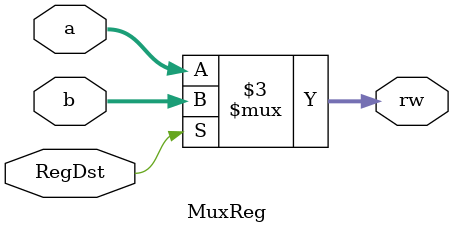
<source format=v>
`timescale 1ns / 1ps


module MuxReg(a, b, rw, RegDst);
    input [4:0]a, b;
    input RegDst;
    output reg[4:0]rw;
    
    always@(*)begin
        if(RegDst)
          rw = b;
        else
          rw = a; 
    end
endmodule
</source>
